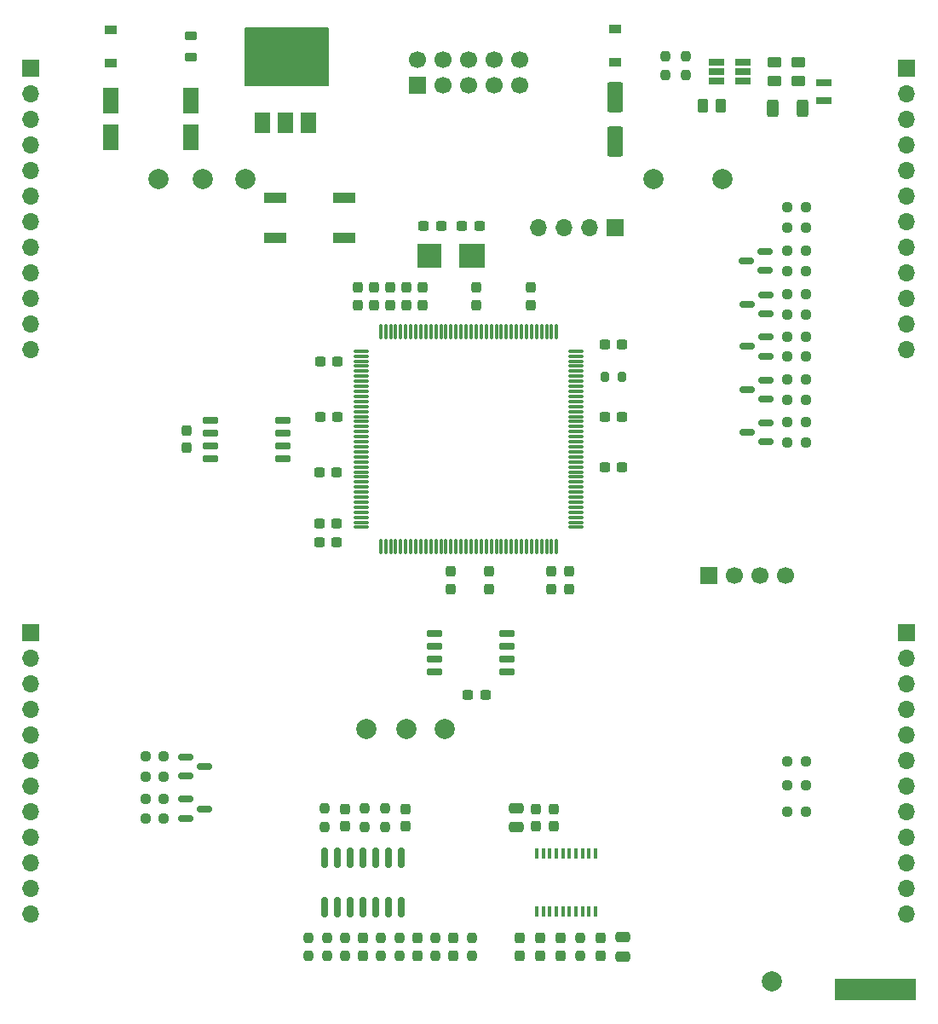
<source format=gbr>
%TF.GenerationSoftware,KiCad,Pcbnew,8.0.1*%
%TF.CreationDate,2024-05-28T13:06:32+01:00*%
%TF.ProjectId,Punck_Components,50756e63-6b5f-4436-9f6d-706f6e656e74,rev?*%
%TF.SameCoordinates,Original*%
%TF.FileFunction,Soldermask,Top*%
%TF.FilePolarity,Negative*%
%FSLAX46Y46*%
G04 Gerber Fmt 4.6, Leading zero omitted, Abs format (unit mm)*
G04 Created by KiCad (PCBNEW 8.0.1) date 2024-05-28 13:06:32*
%MOMM*%
%LPD*%
G01*
G04 APERTURE LIST*
G04 Aperture macros list*
%AMRoundRect*
0 Rectangle with rounded corners*
0 $1 Rounding radius*
0 $2 $3 $4 $5 $6 $7 $8 $9 X,Y pos of 4 corners*
0 Add a 4 corners polygon primitive as box body*
4,1,4,$2,$3,$4,$5,$6,$7,$8,$9,$2,$3,0*
0 Add four circle primitives for the rounded corners*
1,1,$1+$1,$2,$3*
1,1,$1+$1,$4,$5*
1,1,$1+$1,$6,$7*
1,1,$1+$1,$8,$9*
0 Add four rect primitives between the rounded corners*
20,1,$1+$1,$2,$3,$4,$5,0*
20,1,$1+$1,$4,$5,$6,$7,0*
20,1,$1+$1,$6,$7,$8,$9,0*
20,1,$1+$1,$8,$9,$2,$3,0*%
G04 Aperture macros list end*
%ADD10C,0.150000*%
%ADD11C,0.100000*%
%ADD12RoundRect,0.237500X0.250000X0.237500X-0.250000X0.237500X-0.250000X-0.237500X0.250000X-0.237500X0*%
%ADD13RoundRect,0.237500X-0.237500X0.250000X-0.237500X-0.250000X0.237500X-0.250000X0.237500X0.250000X0*%
%ADD14R,1.700000X1.700000*%
%ADD15C,1.700000*%
%ADD16RoundRect,0.237500X-0.237500X0.300000X-0.237500X-0.300000X0.237500X-0.300000X0.237500X0.300000X0*%
%ADD17RoundRect,0.250000X-0.450000X0.262500X-0.450000X-0.262500X0.450000X-0.262500X0.450000X0.262500X0*%
%ADD18R,1.500000X2.000000*%
%ADD19R,3.800000X2.000000*%
%ADD20RoundRect,0.237500X-0.250000X-0.237500X0.250000X-0.237500X0.250000X0.237500X-0.250000X0.237500X0*%
%ADD21C,2.000000*%
%ADD22RoundRect,0.100000X0.100000X-0.400000X0.100000X0.400000X-0.100000X0.400000X-0.100000X-0.400000X0*%
%ADD23RoundRect,0.250000X0.262500X0.450000X-0.262500X0.450000X-0.262500X-0.450000X0.262500X-0.450000X0*%
%ADD24RoundRect,0.237500X0.237500X-0.300000X0.237500X0.300000X-0.237500X0.300000X-0.237500X-0.300000X0*%
%ADD25RoundRect,0.150000X-0.587500X-0.150000X0.587500X-0.150000X0.587500X0.150000X-0.587500X0.150000X0*%
%ADD26RoundRect,0.237500X0.237500X-0.250000X0.237500X0.250000X-0.237500X0.250000X-0.237500X-0.250000X0*%
%ADD27RoundRect,0.250000X0.475000X-0.250000X0.475000X0.250000X-0.475000X0.250000X-0.475000X-0.250000X0*%
%ADD28RoundRect,0.250000X-0.475000X0.250000X-0.475000X-0.250000X0.475000X-0.250000X0.475000X0.250000X0*%
%ADD29RoundRect,0.150000X0.650000X0.150000X-0.650000X0.150000X-0.650000X-0.150000X0.650000X-0.150000X0*%
%ADD30RoundRect,0.150000X0.587500X0.150000X-0.587500X0.150000X-0.587500X-0.150000X0.587500X-0.150000X0*%
%ADD31R,1.600000X0.800000*%
%ADD32RoundRect,0.200000X0.200000X0.275000X-0.200000X0.275000X-0.200000X-0.275000X0.200000X-0.275000X0*%
%ADD33RoundRect,0.150000X0.150000X-0.825000X0.150000X0.825000X-0.150000X0.825000X-0.150000X-0.825000X0*%
%ADD34RoundRect,0.237500X0.300000X0.237500X-0.300000X0.237500X-0.300000X-0.237500X0.300000X-0.237500X0*%
%ADD35O,1.700000X1.700000*%
%ADD36RoundRect,0.237500X-0.300000X-0.237500X0.300000X-0.237500X0.300000X0.237500X-0.300000X0.237500X0*%
%ADD37RoundRect,0.075000X-0.075000X0.662500X-0.075000X-0.662500X0.075000X-0.662500X0.075000X0.662500X0*%
%ADD38RoundRect,0.075000X-0.662500X0.075000X-0.662500X-0.075000X0.662500X-0.075000X0.662500X0.075000X0*%
%ADD39R,2.450000X2.400000*%
%ADD40R,2.550000X2.400000*%
%ADD41R,1.200000X0.900000*%
%ADD42RoundRect,0.250000X0.550000X-1.050000X0.550000X1.050000X-0.550000X1.050000X-0.550000X-1.050000X0*%
%ADD43R,2.200000X1.000000*%
%ADD44RoundRect,0.250000X0.312500X0.625000X-0.312500X0.625000X-0.312500X-0.625000X0.312500X-0.625000X0*%
%ADD45RoundRect,0.218750X0.381250X-0.218750X0.381250X0.218750X-0.381250X0.218750X-0.381250X-0.218750X0*%
%ADD46R,1.560000X0.650000*%
%ADD47RoundRect,0.250000X-0.550000X1.250000X-0.550000X-1.250000X0.550000X-1.250000X0.550000X1.250000X0*%
G04 APERTURE END LIST*
D10*
X23400000Y-2000000D02*
X31600000Y-2000000D01*
X31600000Y-7665779D01*
X23400000Y-7665779D01*
X23400000Y-2000000D01*
G36*
X23400000Y-2000000D02*
G01*
X31600000Y-2000000D01*
X31600000Y-7665779D01*
X23400000Y-7665779D01*
X23400000Y-2000000D01*
G37*
D11*
%TO.C,FID1*%
X90000000Y-98400000D02*
X82000000Y-98400000D01*
X82000000Y-96400000D01*
X90000000Y-96400000D01*
X90000000Y-98400000D01*
G36*
X90000000Y-98400000D02*
G01*
X82000000Y-98400000D01*
X82000000Y-96400000D01*
X90000000Y-96400000D01*
X90000000Y-98400000D01*
G37*
%TD*%
D12*
%TO.C,R27*%
X79112500Y-38900000D03*
X77287500Y-38900000D03*
%TD*%
%TO.C,R22*%
X79112500Y-79800000D03*
X77287500Y-79800000D03*
%TD*%
%TO.C,R18*%
X79112500Y-30400000D03*
X77287500Y-30400000D03*
%TD*%
D13*
%TO.C,R8*%
X42300000Y-92287500D03*
X42300000Y-94112500D03*
%TD*%
D14*
%TO.C,J7*%
X40500000Y-7662500D03*
D15*
X40500000Y-5122500D03*
X43040000Y-7662500D03*
X43040000Y-5122500D03*
X45580000Y-7662500D03*
X45580000Y-5122500D03*
X48120000Y-7662500D03*
X48120000Y-5122500D03*
X50660000Y-7662500D03*
X50660000Y-5122500D03*
%TD*%
D16*
%TO.C,C3*%
X46400000Y-27737500D03*
X46400000Y-29462500D03*
%TD*%
D17*
%TO.C,C40*%
X78350000Y-5387500D03*
X78350000Y-7212500D03*
%TD*%
D18*
%TO.C,U7*%
X25100000Y-11350000D03*
X27400000Y-11350000D03*
D19*
X27400000Y-5050000D03*
D18*
X29700000Y-11350000D03*
%TD*%
D20*
%TO.C,R17*%
X77287500Y-28400000D03*
X79112500Y-28400000D03*
%TD*%
D12*
%TO.C,R28*%
X15312500Y-76300000D03*
X13487500Y-76300000D03*
%TD*%
D21*
%TO.C,TP9*%
X75700000Y-96600000D03*
%TD*%
D12*
%TO.C,R5*%
X79112500Y-26100000D03*
X77287500Y-26100000D03*
%TD*%
D22*
%TO.C,U4*%
X52375000Y-89700000D03*
X53025000Y-89700000D03*
X53675000Y-89700000D03*
X54325000Y-89700000D03*
X54975000Y-89700000D03*
X55625000Y-89700000D03*
X56275000Y-89700000D03*
X56925000Y-89700000D03*
X57575000Y-89700000D03*
X58225000Y-89700000D03*
X58225000Y-83900000D03*
X57575000Y-83900000D03*
X56925000Y-83900000D03*
X56275000Y-83900000D03*
X55625000Y-83900000D03*
X54975000Y-83900000D03*
X54325000Y-83900000D03*
X53675000Y-83900000D03*
X53025000Y-83900000D03*
X52375000Y-83900000D03*
%TD*%
D17*
%TO.C,C39*%
X75950000Y-5387500D03*
X75950000Y-7212500D03*
%TD*%
D23*
%TO.C,C38*%
X70662500Y-9700000D03*
X68837500Y-9700000D03*
%TD*%
D12*
%TO.C,R30*%
X15312500Y-80500000D03*
X13487500Y-80500000D03*
%TD*%
D16*
%TO.C,C34*%
X52700000Y-92337500D03*
X52700000Y-94062500D03*
%TD*%
D24*
%TO.C,C10*%
X55600000Y-57662500D03*
X55600000Y-55937500D03*
%TD*%
D25*
%TO.C,Q6*%
X17448750Y-74350000D03*
X17448750Y-76250000D03*
X19323750Y-75300000D03*
%TD*%
D24*
%TO.C,C24*%
X39300000Y-81262500D03*
X39300000Y-79537500D03*
%TD*%
D21*
%TO.C,TP3*%
X39400000Y-71600000D03*
%TD*%
D26*
%TO.C,R7*%
X36900000Y-94112500D03*
X36900000Y-92287500D03*
%TD*%
D16*
%TO.C,C25*%
X35100000Y-92337500D03*
X35100000Y-94062500D03*
%TD*%
D12*
%TO.C,R24*%
X79112500Y-19800000D03*
X77287500Y-19800000D03*
%TD*%
D27*
%TO.C,C32*%
X50300000Y-81350000D03*
X50300000Y-79450000D03*
%TD*%
D26*
%TO.C,R32*%
X65150000Y-6612500D03*
X65150000Y-4787500D03*
%TD*%
D13*
%TO.C,R4*%
X31500000Y-92287500D03*
X31500000Y-94112500D03*
%TD*%
D21*
%TO.C,TP8*%
X14800000Y-17000000D03*
%TD*%
D24*
%TO.C,C33*%
X17600000Y-43662500D03*
X17600000Y-41937500D03*
%TD*%
D28*
%TO.C,C30*%
X60900000Y-92250000D03*
X60900000Y-94150000D03*
%TD*%
D13*
%TO.C,R9*%
X29700000Y-92287500D03*
X29700000Y-94112500D03*
%TD*%
D16*
%TO.C,C4*%
X41000000Y-27737500D03*
X41000000Y-29462500D03*
%TD*%
D24*
%TO.C,C31*%
X52300000Y-81262500D03*
X52300000Y-79537500D03*
%TD*%
D16*
%TO.C,C36*%
X54700000Y-92337500D03*
X54700000Y-94062500D03*
%TD*%
D29*
%TO.C,U5*%
X27100000Y-44705000D03*
X27100000Y-43435000D03*
X27100000Y-42165000D03*
X27100000Y-40895000D03*
X19900000Y-40895000D03*
X19900000Y-42165000D03*
X19900000Y-43435000D03*
X19900000Y-44705000D03*
%TD*%
D30*
%TO.C,Q1*%
X75100000Y-26050000D03*
X75100000Y-24150000D03*
X73225000Y-25100000D03*
%TD*%
%TO.C,Q4*%
X75137500Y-43050000D03*
X75137500Y-41150000D03*
X73262500Y-42100000D03*
%TD*%
D21*
%TO.C,TP7*%
X23400000Y-17000000D03*
%TD*%
D12*
%TO.C,R25*%
X79112500Y-21800000D03*
X77287500Y-21800000D03*
%TD*%
D13*
%TO.C,R33*%
X67150000Y-4787500D03*
X67150000Y-6612500D03*
%TD*%
D31*
%TO.C,L1*%
X80900000Y-7400000D03*
X80900000Y-9200000D03*
%TD*%
D25*
%TO.C,Q7*%
X17448750Y-78550000D03*
X17448750Y-80450000D03*
X19323750Y-79500000D03*
%TD*%
D32*
%TO.C,R10*%
X60825000Y-36600000D03*
X59175000Y-36600000D03*
%TD*%
D33*
%TO.C,U1*%
X31290000Y-89275000D03*
X32560000Y-89275000D03*
X33830000Y-89275000D03*
X35100000Y-89275000D03*
X36370000Y-89275000D03*
X37640000Y-89275000D03*
X38910000Y-89275000D03*
X38910000Y-84325000D03*
X37640000Y-84325000D03*
X36370000Y-84325000D03*
X35100000Y-84325000D03*
X33830000Y-84325000D03*
X32560000Y-84325000D03*
X31290000Y-84325000D03*
%TD*%
D26*
%TO.C,R16*%
X31300000Y-81312500D03*
X31300000Y-79487500D03*
%TD*%
D34*
%TO.C,C11*%
X60862500Y-45600000D03*
X59137500Y-45600000D03*
%TD*%
D13*
%TO.C,R13*%
X35300000Y-79487500D03*
X35300000Y-81312500D03*
%TD*%
D14*
%TO.C,J5*%
X60200000Y-21800000D03*
D35*
X57660000Y-21800000D03*
X55120000Y-21800000D03*
X52580000Y-21800000D03*
%TD*%
D30*
%TO.C,Q2*%
X75137500Y-34550000D03*
X75137500Y-32650000D03*
X73262500Y-33600000D03*
%TD*%
D12*
%TO.C,R23*%
X79112500Y-43100000D03*
X77287500Y-43100000D03*
%TD*%
D36*
%TO.C,C6*%
X30837500Y-40600000D03*
X32562500Y-40600000D03*
%TD*%
D16*
%TO.C,C28*%
X50700000Y-92337500D03*
X50700000Y-94062500D03*
%TD*%
D34*
%TO.C,C13*%
X60862500Y-33400000D03*
X59137500Y-33400000D03*
%TD*%
D30*
%TO.C,Q5*%
X75137500Y-38850000D03*
X75137500Y-36950000D03*
X73262500Y-37900000D03*
%TD*%
D13*
%TO.C,R3*%
X33300000Y-92287500D03*
X33300000Y-94112500D03*
%TD*%
D24*
%TO.C,C14*%
X47600000Y-57662500D03*
X47600000Y-55937500D03*
%TD*%
D37*
%TO.C,U2*%
X54350000Y-32137500D03*
X53850000Y-32137500D03*
X53350000Y-32137500D03*
X52850000Y-32137500D03*
X52350000Y-32137500D03*
X51850000Y-32137500D03*
X51350000Y-32137500D03*
X50850000Y-32137500D03*
X50350000Y-32137500D03*
X49850000Y-32137500D03*
X49350000Y-32137500D03*
X48850000Y-32137500D03*
X48350000Y-32137500D03*
X47850000Y-32137500D03*
X47350000Y-32137500D03*
X46850000Y-32137500D03*
X46350000Y-32137500D03*
X45850000Y-32137500D03*
X45350000Y-32137500D03*
X44850000Y-32137500D03*
X44350000Y-32137500D03*
X43850000Y-32137500D03*
X43350000Y-32137500D03*
X42850000Y-32137500D03*
X42350000Y-32137500D03*
X41850000Y-32137500D03*
X41350000Y-32137500D03*
X40850000Y-32137500D03*
X40350000Y-32137500D03*
X39850000Y-32137500D03*
X39350000Y-32137500D03*
X38850000Y-32137500D03*
X38350000Y-32137500D03*
X37850000Y-32137500D03*
X37350000Y-32137500D03*
X36850000Y-32137500D03*
D38*
X34937500Y-34050000D03*
X34937500Y-34550000D03*
X34937500Y-35050000D03*
X34937500Y-35550000D03*
X34937500Y-36050000D03*
X34937500Y-36550000D03*
X34937500Y-37050000D03*
X34937500Y-37550000D03*
X34937500Y-38050000D03*
X34937500Y-38550000D03*
X34937500Y-39050000D03*
X34937500Y-39550000D03*
X34937500Y-40050000D03*
X34937500Y-40550000D03*
X34937500Y-41050000D03*
X34937500Y-41550000D03*
X34937500Y-42050000D03*
X34937500Y-42550000D03*
X34937500Y-43050000D03*
X34937500Y-43550000D03*
X34937500Y-44050000D03*
X34937500Y-44550000D03*
X34937500Y-45050000D03*
X34937500Y-45550000D03*
X34937500Y-46050000D03*
X34937500Y-46550000D03*
X34937500Y-47050000D03*
X34937500Y-47550000D03*
X34937500Y-48050000D03*
X34937500Y-48550000D03*
X34937500Y-49050000D03*
X34937500Y-49550000D03*
X34937500Y-50050000D03*
X34937500Y-50550000D03*
X34937500Y-51050000D03*
X34937500Y-51550000D03*
D37*
X36850000Y-53462500D03*
X37350000Y-53462500D03*
X37850000Y-53462500D03*
X38350000Y-53462500D03*
X38850000Y-53462500D03*
X39350000Y-53462500D03*
X39850000Y-53462500D03*
X40350000Y-53462500D03*
X40850000Y-53462500D03*
X41350000Y-53462500D03*
X41850000Y-53462500D03*
X42350000Y-53462500D03*
X42850000Y-53462500D03*
X43350000Y-53462500D03*
X43850000Y-53462500D03*
X44350000Y-53462500D03*
X44850000Y-53462500D03*
X45350000Y-53462500D03*
X45850000Y-53462500D03*
X46350000Y-53462500D03*
X46850000Y-53462500D03*
X47350000Y-53462500D03*
X47850000Y-53462500D03*
X48350000Y-53462500D03*
X48850000Y-53462500D03*
X49350000Y-53462500D03*
X49850000Y-53462500D03*
X50350000Y-53462500D03*
X50850000Y-53462500D03*
X51350000Y-53462500D03*
X51850000Y-53462500D03*
X52350000Y-53462500D03*
X52850000Y-53462500D03*
X53350000Y-53462500D03*
X53850000Y-53462500D03*
X54350000Y-53462500D03*
D38*
X56262500Y-51550000D03*
X56262500Y-51050000D03*
X56262500Y-50550000D03*
X56262500Y-50050000D03*
X56262500Y-49550000D03*
X56262500Y-49050000D03*
X56262500Y-48550000D03*
X56262500Y-48050000D03*
X56262500Y-47550000D03*
X56262500Y-47050000D03*
X56262500Y-46550000D03*
X56262500Y-46050000D03*
X56262500Y-45550000D03*
X56262500Y-45050000D03*
X56262500Y-44550000D03*
X56262500Y-44050000D03*
X56262500Y-43550000D03*
X56262500Y-43050000D03*
X56262500Y-42550000D03*
X56262500Y-42050000D03*
X56262500Y-41550000D03*
X56262500Y-41050000D03*
X56262500Y-40550000D03*
X56262500Y-40050000D03*
X56262500Y-39550000D03*
X56262500Y-39050000D03*
X56262500Y-38550000D03*
X56262500Y-38050000D03*
X56262500Y-37550000D03*
X56262500Y-37050000D03*
X56262500Y-36550000D03*
X56262500Y-36050000D03*
X56262500Y-35550000D03*
X56262500Y-35050000D03*
X56262500Y-34550000D03*
X56262500Y-34050000D03*
%TD*%
D39*
%TO.C,Y1*%
X41725000Y-24600000D03*
D40*
X45925000Y-24600000D03*
%TD*%
D16*
%TO.C,C20*%
X33300000Y-79537500D03*
X33300000Y-81262500D03*
%TD*%
%TO.C,C16*%
X37800000Y-27737500D03*
X37800000Y-29462500D03*
%TD*%
D41*
%TO.C,D1*%
X60200000Y-5362500D03*
X60200000Y-2062500D03*
%TD*%
D36*
%TO.C,C5*%
X30837500Y-35100000D03*
X32562500Y-35100000D03*
%TD*%
D20*
%TO.C,R29*%
X13487500Y-74300000D03*
X15312500Y-74300000D03*
%TD*%
D21*
%TO.C,TP1*%
X35400000Y-71600000D03*
%TD*%
D26*
%TO.C,R6*%
X45900000Y-94112500D03*
X45900000Y-92287500D03*
%TD*%
D34*
%TO.C,C26*%
X42862500Y-21600000D03*
X41137500Y-21600000D03*
%TD*%
D20*
%TO.C,R31*%
X13487500Y-78500000D03*
X15312500Y-78500000D03*
%TD*%
D13*
%TO.C,R2*%
X38700000Y-92287500D03*
X38700000Y-94112500D03*
%TD*%
D36*
%TO.C,C27*%
X45537500Y-68200000D03*
X47262500Y-68200000D03*
%TD*%
D21*
%TO.C,TP6*%
X19200000Y-17000000D03*
%TD*%
D29*
%TO.C,U3*%
X49400000Y-65905000D03*
X49400000Y-64635000D03*
X49400000Y-63365000D03*
X49400000Y-62095000D03*
X42200000Y-62095000D03*
X42200000Y-63365000D03*
X42200000Y-64635000D03*
X42200000Y-65905000D03*
%TD*%
D42*
%TO.C,C41*%
X18000000Y-12800000D03*
X18000000Y-9200000D03*
%TD*%
D43*
%TO.C,RESET1*%
X26400000Y-22800000D03*
X33200000Y-22800000D03*
X26400000Y-18800000D03*
X33200000Y-18800000D03*
%TD*%
D20*
%TO.C,R26*%
X77287500Y-36900000D03*
X79112500Y-36900000D03*
%TD*%
D44*
%TO.C,C42*%
X78762500Y-9900000D03*
X75837500Y-9900000D03*
%TD*%
D45*
%TO.C,L2*%
X18000000Y-4862500D03*
X18000000Y-2737500D03*
%TD*%
D30*
%TO.C,Q3*%
X75137500Y-30350000D03*
X75137500Y-28450000D03*
X73262500Y-29400000D03*
%TD*%
D12*
%TO.C,R12*%
X79112500Y-34600000D03*
X77287500Y-34600000D03*
%TD*%
D34*
%TO.C,C18*%
X32462500Y-51200000D03*
X30737500Y-51200000D03*
%TD*%
D24*
%TO.C,C9*%
X43800000Y-57662500D03*
X43800000Y-55937500D03*
%TD*%
D41*
%TO.C,D2*%
X10000000Y-2150000D03*
X10000000Y-5450000D03*
%TD*%
D16*
%TO.C,C29*%
X58700000Y-92337500D03*
X58700000Y-94062500D03*
%TD*%
D20*
%TO.C,R20*%
X77287500Y-41100000D03*
X79112500Y-41100000D03*
%TD*%
D16*
%TO.C,C35*%
X54100000Y-79537500D03*
X54100000Y-81262500D03*
%TD*%
D36*
%TO.C,C7*%
X30737500Y-46100000D03*
X32462500Y-46100000D03*
%TD*%
D16*
%TO.C,C2*%
X51800000Y-27737500D03*
X51800000Y-29462500D03*
%TD*%
D42*
%TO.C,C43*%
X10000000Y-12800000D03*
X10000000Y-9200000D03*
%TD*%
D34*
%TO.C,C12*%
X60862500Y-40600000D03*
X59137500Y-40600000D03*
%TD*%
D26*
%TO.C,R15*%
X37300000Y-81312500D03*
X37300000Y-79487500D03*
%TD*%
D46*
%TO.C,U6*%
X72900000Y-7250000D03*
X72900000Y-6300000D03*
X72900000Y-5350000D03*
X70200000Y-5350000D03*
X70200000Y-6300000D03*
X70200000Y-7250000D03*
%TD*%
D16*
%TO.C,C21*%
X34600000Y-27737500D03*
X34600000Y-29462500D03*
%TD*%
%TO.C,C17*%
X44100000Y-92337500D03*
X44100000Y-94062500D03*
%TD*%
D21*
%TO.C,TP5*%
X70800000Y-17000000D03*
%TD*%
D14*
%TO.C,J6*%
X69500000Y-56300000D03*
D15*
X72040000Y-56300000D03*
X74580000Y-56300000D03*
X77120000Y-56300000D03*
%TD*%
D47*
%TO.C,C37*%
X60200000Y-8800000D03*
X60200000Y-13200000D03*
%TD*%
D16*
%TO.C,C19*%
X53800000Y-55937500D03*
X53800000Y-57662500D03*
%TD*%
%TO.C,C22*%
X36200000Y-27737500D03*
X36200000Y-29462500D03*
%TD*%
D12*
%TO.C,R21*%
X79112500Y-77200000D03*
X77287500Y-77200000D03*
%TD*%
D36*
%TO.C,C8*%
X30737500Y-53000000D03*
X32462500Y-53000000D03*
%TD*%
D21*
%TO.C,TP2*%
X43200000Y-71600000D03*
%TD*%
D16*
%TO.C,C15*%
X39400000Y-27737500D03*
X39400000Y-29462500D03*
%TD*%
D20*
%TO.C,R11*%
X77287500Y-32600000D03*
X79112500Y-32600000D03*
%TD*%
D26*
%TO.C,R14*%
X56700000Y-94112500D03*
X56700000Y-92287500D03*
%TD*%
D20*
%TO.C,R1*%
X77287500Y-24100000D03*
X79112500Y-24100000D03*
%TD*%
D16*
%TO.C,C1*%
X40500000Y-92337500D03*
X40500000Y-94062500D03*
%TD*%
D12*
%TO.C,R19*%
X79112500Y-74800000D03*
X77287500Y-74800000D03*
%TD*%
D21*
%TO.C,TP4*%
X64000000Y-17000000D03*
%TD*%
D36*
%TO.C,C23*%
X44937500Y-21600000D03*
X46662500Y-21600000D03*
%TD*%
D14*
%TO.C,J3*%
X89100000Y-6000000D03*
D35*
X89100000Y-8540000D03*
X89100000Y-11080000D03*
X89100000Y-13620000D03*
X89100000Y-16160000D03*
X89100000Y-18700000D03*
X89100000Y-21240000D03*
X89100000Y-23780000D03*
X89100000Y-26320000D03*
X89100000Y-28860000D03*
X89100000Y-31400000D03*
X89100000Y-33940000D03*
%TD*%
D14*
%TO.C,J1*%
X2100000Y-6000000D03*
D35*
X2100000Y-8540000D03*
X2100000Y-11080000D03*
X2100000Y-13620000D03*
X2100000Y-16160000D03*
X2100000Y-18700000D03*
X2100000Y-21240000D03*
X2100000Y-23780000D03*
X2100000Y-26320000D03*
X2100000Y-28860000D03*
X2100000Y-31400000D03*
X2100000Y-33940000D03*
%TD*%
D14*
%TO.C,J4*%
X89100000Y-62000000D03*
D35*
X89100000Y-64540000D03*
X89100000Y-67080000D03*
X89100000Y-69620000D03*
X89100000Y-72160000D03*
X89100000Y-74700000D03*
X89100000Y-77240000D03*
X89100000Y-79780000D03*
X89100000Y-82320000D03*
X89100000Y-84860000D03*
X89100000Y-87400000D03*
X89100000Y-89940000D03*
%TD*%
D14*
%TO.C,J2*%
X2100000Y-62000000D03*
D35*
X2100000Y-64540000D03*
X2100000Y-67080000D03*
X2100000Y-69620000D03*
X2100000Y-72160000D03*
X2100000Y-74700000D03*
X2100000Y-77240000D03*
X2100000Y-79780000D03*
X2100000Y-82320000D03*
X2100000Y-84860000D03*
X2100000Y-87400000D03*
X2100000Y-89940000D03*
%TD*%
M02*

</source>
